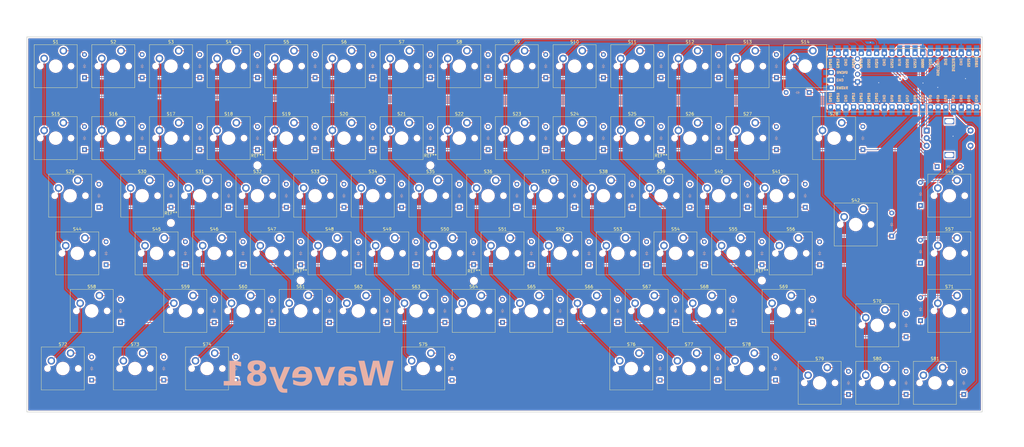
<source format=kicad_pcb>
(kicad_pcb (version 20240108) (generator "pcbnew") (generator_version "8.0")
  (layers (0 "F.Cu" signal) (31 "B.Cu" signal) (34 "B.Paste" user) (35 "F.Paste" user) (36 "B.SilkS" user "B.Silkscreen") (37 "F.SilkS" user "F.Silkscreen") (38 "B.Mask" user) (39 "F.Mask" user) (44 "Edge.Cuts" user))
  (net 0 "")
  (net 1 "Net-(D1-A)")
  (net 2 "ROW0")
  (net 3 "Net-(D2-A)")
  (net 4 "Net-(D3-A)")
  (net 5 "Net-(D4-A)")
  (net 6 "Net-(D5-A)")
  (net 7 "Net-(D6-A)")
  (net 8 "Net-(D7-A)")
  (net 9 "Net-(D8-A)")
  (net 10 "Net-(D9-A)")
  (net 11 "Net-(D10-A)")
  (net 12 "Net-(D11-A)")
  (net 13 "Net-(D12-A)")
  (net 14 "Net-(D13-A)")
  (net 15 "Net-(D14-A)")
  (net 16 "ROW1")
  (net 17 "Net-(D15-A)")
  (net 18 "Net-(D16-A)")
  (net 19 "Net-(D17-A)")
  (net 20 "Net-(D18-A)")
  (net 21 "Net-(D19-A)")
  (net 22 "Net-(D20-A)")
  (net 23 "Net-(D21-A)")
  (net 24 "Net-(D22-A)")
  (net 25 "Net-(D23-A)")
  (net 26 "Net-(D24-A)")
  (net 27 "Net-(D25-A)")
  (net 28 "Net-(D26-A)")
  (net 29 "Net-(D27-A)")
  (net 30 "Net-(D28-A)")
  (net 31 "Net-(D29-A)")
  (net 32 "Net-(D30-A)")
  (net 33 "ROW2")
  (net 34 "Net-(D31-A)")
  (net 35 "Net-(D32-A)")
  (net 36 "Net-(D33-A)")
  (net 37 "Net-(D34-A)")
  (net 38 "Net-(D35-A)")
  (net 39 "Net-(D36-A)")
  (net 40 "Net-(D37-A)")
  (net 41 "Net-(D38-A)")
  (net 42 "Net-(D39-A)")
  (net 43 "Net-(D40-A)")
  (net 44 "Net-(D41-A)")
  (net 45 "Net-(D42-A)")
  (net 46 "Net-(D43-A)")
  (net 47 "Net-(D44-A)")
  (net 48 "ROW3")
  (net 49 "Net-(D45-A)")
  (net 50 "Net-(D46-A)")
  (net 51 "Net-(D47-A)")
  (net 52 "Net-(D48-A)")
  (net 53 "Net-(D49-A)")
  (net 54 "Net-(D50-A)")
  (net 55 "Net-(D51-A)")
  (net 56 "Net-(D52-A)")
  (net 57 "Net-(D53-A)")
  (net 58 "Net-(D54-A)")
  (net 59 "Net-(D55-A)")
  (net 60 "Net-(D56-A)")
  (net 61 "Net-(D57-A)")
  (net 62 "Net-(D58-A)")
  (net 63 "Net-(D59-A)")
  (net 64 "ROW4")
  (net 65 "Net-(D60-A)")
  (net 66 "Net-(D61-A)")
  (net 67 "Net-(D62-A)")
  (net 68 "Net-(D63-A)")
  (net 69 "Net-(D64-A)")
  (net 70 "Net-(D65-A)")
  (net 71 "Net-(D66-A)")
  (net 72 "Net-(D67-A)")
  (net 73 "Net-(D68-A)")
  (net 74 "Net-(D69-A)")
  (net 75 "Net-(D70-A)")
  (net 76 "Net-(D71-A)")
  (net 77 "Net-(D72-A)")
  (net 78 "Net-(D73-A)")
  (net 79 "ROW5")
  (net 80 "Net-(D74-A)")
  (net 81 "Net-(D75-A)")
  (net 82 "Net-(D76-A)")
  (net 83 "Net-(D77-A)")
  (net 84 "Net-(D78-A)")
  (net 85 "Net-(D79-A)")
  (net 86 "Net-(D80-A)")
  (net 87 "Net-(D81-A)")
  (net 88 "Net-(D82-A)")
  (net 89 "COLUMN13")
  (net 90 "GND")
  (net 91 "COLUMN14")
  (net 92 "ENCODER_A")
  (net 93 "ENCODER_B")
  (net 94 "COLUMN5")
  (net 95 "COLUMN12")
  (net 96 "COLUMN3")
  (net 97 "SDA")
  (net 99 "COLUMN10")
  (net 100 "COLUMN8")
  (net 102 "COLUMN11")
  (net 103 "COLUMN6")
  (net 104 "COLUMN0")
  (net 106 "COLUMN9")
  (net 107 "COLUMN7")
  (net 109 "COLUMN1")
  (net 110 "VCC")
  (net 111 "COLUMN2")
  (net 112 "SCL")
  (net 113 "COLUMN4")
  (footprint "ScottoKeebs_MX:MX_PCB_1.25u" (layer "F.Cu") (at 124.24875 148.5325)
    (property "Reference" "S74")
    (property "Value" "Keyswitch")
  )
  (footprint "ScottoKeebs_MX:MX_PCB_1.00u" (layer "F.Cu") (at 140.9175 91.3825)
    (property "Reference" "S32")
    (property "Value" "Keyswitch")
  )
  (footprint "ScottoKeebs_MX:MX_PCB_1.00u" (layer "F.Cu") (at 283.7925 72.3325)
    (property "Reference" "S26")
    (property "Value" "Keyswitch")
  )
  (footprint "MountingHole:MountingHole_2.2mm_M2" (layer "F.Cu") (at 112.3175 100.3825)
    (property "Reference" "REF**")
    (property "Value" "MountingHole_2.2mm_M2")
  )
  (footprint "ScottoKeebs_MX:MX_PCB_1.00u" (layer "F.Cu") (at 321.8925 48.52)
    (property "Reference" "S14")
    (property "Value" "Keyswitch")
  )
  (footprint "ScottoKeebs_MX:MX_PCB_1.00u" (layer "F.Cu") (at 121.8675 91.3825)
    (property "Reference" "S31")
    (property "Value" "Keyswitch")
  )
  (footprint "ScottoKeebs_MX:MX_PCB_1.00u" (layer "F.Cu") (at 174.255 129.4825)
    (property "Reference" "S62")
    (property "Value" "Keyswitch")
  )
  (footprint "ScottoKeebs_MX:MX_PCB_1.00u" (layer "F.Cu") (at 93.2925 48.52)
    (property "Reference" "S2")
    (property "Value" "Keyswitch")
  )
  (footprint "ScottoKeebs_MX:MX_PCB_1.00u" (layer "F.Cu") (at 131.3925 72.3325)
    (property "Reference" "S18")
    (property "Value" "Keyswitch")
  )
  (footprint "ScottoKeebs_MX:MX_PCB_1.00u" (layer "F.Cu") (at 207.5925 72.3325)
    (property "Reference" "S22")
    (property "Value" "Keyswitch")
  )
  (footprint "ScottoKeebs_MX:MX_PCB_1.00u" (layer "F.Cu") (at 369.5175 129.4825)
    (property "Reference" "S71")
    (property "Value" "Keyswitch")
  )
  (footprint "ScottoKeebs_MX:MX_PCB_1.00u" (layer "F.Cu") (at 188.5425 72.3325)
    (property "Reference" "S21")
    (property "Value" "Keyswitch")
  )
  (footprint "ScottoKeebs_MX:MX_PCB_1.00u" (layer "F.Cu") (at 117.105 129.4825)
    (property "Reference" "S59")
    (property "Value" "Keyswitch")
  )
  (footprint "ScottoKeebs_MX:MX_PCB_ISOEnter" (layer "F.Cu") (at 338.56125 100.9075)
    (property "Reference" "S42")
    (property "Value" "Keyswitch")
  )
  (footprint "ScottoKeebs_MX:MX_PCB_1.00u" (layer "F.Cu") (at 236.1675 91.3825)
    (property "Reference" "S37")
    (property "Value" "Keyswitch")
  )
  (footprint "ScottoKeebs_MX:MX_PCB_1.00u" (layer "F.Cu") (at 293.3175 91.3825)
    (property "Reference" "S40")
    (property "Value" "Keyswitch")
  )
  (footprint "MountingHole:MountingHole_2.2mm_M2" (layer "F.Cu") (at 198.0425 81.3325)
    (property "Reference" "REF**")
    (property "Value" "MountingHole_2.2mm_M2")
  )
  (footprint "ScottoKeebs_MX:MX_PCB_1.00u" (layer "F.Cu") (at 264.7425 48.52)
    (property "Reference" "S11")
    (property "Value" "Keyswitch")
  )
  (footprint "ScottoKeebs_MX:MX_PCB_1.00u" (layer "F.Cu") (at 302.525 148.5325)
    (property "Reference" "S78")
    (property "Value" "Keyswitch")
  )
  (footprint "ScottoKeebs_MX:MX_PCB_1.50u" (layer "F.Cu") (at 79.005 91.3825)
    (property "Reference" "S29")
    (property "Value" "Keyswitch")
  )
  (footprint "ScottoKeebs_MX:MX_PCB_1.00u" (layer "F.Cu") (at 279.03 110.4325)
    (property "Reference" "S54")
    (property "Value" "Keyswitch")
  )
  (footprint "ScottoKeebs_MX:MX_PCB_1.00u" (layer "F.Cu") (at 102.8175 91.3825)
    (property "Reference" "S30")
    (property "Value" "Keyswitch")
  )
  (footprint "ScottoKeebs_MX:MX_PCB_1.00u" (layer "F.Cu") (at 288.555 129.4825)
    (property "Reference" "S68")
    (property "Value" "Keyswitch")
  )
  (footprint "ScottoKeebs_MX:MX_PCB_1.00u" (layer "F.Cu") (at 245.6925 48.52)
    (property "Reference" "S10")
    (property "Value" "Keyswitch")
  )
  (footprint "ScottoKeebs_MX:MX_PCB_1.00u" (layer "F.Cu") (at 312.3675 91.3825)
    (property "Reference" "S41")
    (property "Value" "Keyswitch")
  )
  (footprint "ScottoKeebs_MX:MX_PCB_6.25u" (layer "F.Cu") (at 195.68625 148.5325)
    (property "Reference" "S75")
    (property "Value" "Keyswitch")
  )
  (footprint "ScottoKeebs_MX:MX_PCB_1.00u" (layer "F.Cu") (at 302.8425 48.52)
    (property "Reference" "S13")
    (property "Value" "Keyswitch")
  )
  (footprint "ScottoKeebs_MX:MX_PCB_1.00u" (layer "F.Cu") (at 264.425 148.5325)
    (property "Reference" "S76")
    (property "Value" "Keyswitch")
  )
  (footprint "ScottoKeebs_MX:MX_PCB_1.00u" (layer "F.Cu") (at 179.0175 91.3825)
    (property "Reference" "S34")
    (property "Value" "Keyswitch")
  )
  (footprint "ScottoKeebs_MX:MX_PCB_1.00u" (layer "F.Cu") (at 369.5175 91.3825)
    (property "Reference" "S43")
    (property "Value" "Keyswitch")
  )
  (footprint "ScottoKeebs_MX:MX_PCB_1.00u" (layer "F.Cu") (at 283.475 148.5325)
    (property "Reference" "S77")
    (property "Value" "Keyswitch")
  )
  (footprint "ScottoKeebs_MX:MX_PCB_1.00u" (layer "F.Cu") (at 93.2925 72.3325)
    (property "Reference" "S16")
    (property "Value" "Keyswitch")
  )
  (footprint "ScottoKeebs_MX:MX_PCB_1.00u" (layer "F.Cu") (at 150.4425 48.52)
    (property "Reference" "S5")
    (property "Value" "Keyswitch")
  )
  (footprint "ScottoKeebs_MX:MX_PCB_1.00u" (layer "F.Cu") (at 193.305 129.4825)
    (property "Reference" "S63")
    (property "Value" "Keyswitch")
  )
  (footprint "ScottoKeebs_MX:MX_PCB_1.00u" (layer "F.Cu") (at 369.5175 110.4325)
    (property "Reference" "S57")
    (property "Value" "Keyswitch")
  )
  (footprint "ScottoKeebs_MX:MX_PCB_1.00u" (layer "F.Cu") (at 226.6425 72.3325)
    (property "Reference" "S23")
    (property "Value" "Keyswitch")
  )
  (footprint "ScottoKeebs_MX:MX_PCB_1.25u" (layer "F.Cu") (at 100.43625 148.5325)
    (property "Reference" "S73")
    (property "Value" "Keyswitch")
  )
  (footprint "ScottoKeebs_MX:MX_PCB_1.00u" (layer "F.Cu") (at 250.455 129.4825)
    (property "Reference" "S66")
    (property "Value" "Keyswitch")
  )
  (footprint "ScottoKeebs_MX:MX_PCB_2.25u" (layer "F.Cu") (at 86.14875 129.4825)
    (property "Reference" "S58")
    (property "Value" "Keyswitch")
  )
  (footprint "ScottoKeebs_MX:MX_PCB_1.00u" (layer "F.Cu") (at 150.4425 72.3325)
    (property "Reference" "S19")
    (property "Value" "Keyswitch")
  )
  (footprint "ScottoKeebs_MX:MX_PCB_1.00u" (layer "F.Cu") (at 317.13 110.4325)
    (property "Reference" "S56")
    (property "Value" "Keyswitch")
  )
  (footprint "ScottoKeebs_MX:MX_PCB_1.00u" (layer "F.Cu") (at 345.705 134.245)
    (property "Reference" "S70")
    (property "Value" "Keyswitch")
  )
  (footprint "MountingHole:MountingHole_2.2mm_M2" (layer "F.Cu") (at 140.8925 81.3325)
    (property "Reference" "REF**")
    (property "Value" "MountingHole_2.2mm_M2")
  )
  (footprint "ScottoKeebs_MX:MX_PCB_1.00u" (layer "F.Cu") (at 107.58 110.4325)
    (property "Reference" "S45")
    (property "Value" "Keyswitch")
  )
  (footprint "ScottoKeebs_MX:MX_PCB_1.00u" (layer "F.Cu") (at 264.7425 72.3325)
    (property "Reference" "S25")
    (property "Value" "Keyswitch")
  )
  (footprint "MountingHole:MountingHole_2.2mm_M2" (layer "F.Cu") (at 274.2425 81.3325)
    (property "Reference" "REF**")
    (property "Value" "MountingHole_2.2mm_M2")
  )
  (footprint "ScottoKeebs_MX:MX_PCB_1.00u" (layer "F.Cu") (at 302.8425 72.3325)
    (property "Reference" "S27")
    (property "Value" "Keyswitch")
  )
  (footprint "ScottoKeebs_MX:MX_PCB_1.00u" (layer "F.Cu") (at 145.68 110.4325)
    (property "Reference" "S47")
    (property "Value" "Keyswitch")
  )
  (footprint "MountingHole:MountingHole_2.2mm_M2" (layer "F.Cu") (at 155.18 119.4325)
    (property "Reference" "REF**")
    (property "Value" "MountingHole_2.2mm_M2")
  )
  (footprint "ScottoKeebs_MX:MX_PCB_1.00u" (layer "F.Cu") (at 221.88 110.4325)
    (property "Reference" "S51")
    (property "Value" "Keyswitch")
  )
  (footprint "ScottoKeebs_MX:MX_PCB_1.25u" (layer "F.Cu") (at 76.62375 148.5325)
    (property "Reference" "S72")
    (property "Value" "Keyswitch")
  )
  (footprint "ScottoKeebs_Scotto:Encoder_EC11_MX" (layer "F.Cu") (at 369.5175 72.3325)
    (property "Reference" "SW1" (hide yes))
    (property "Value" "RotaryEncoder_Switch" (hide yes))
  )
  (footprint "ScottoKeebs_MX:MX_PCB_1.00u" (layer "F.Cu") (at 255.2175 91.3825)
    (property "Reference" "S38")
    (property "Value" "Keyswitch")
  )
  (footprint "ScottoKeebs_MX:MX_PCB_1.00u" (layer "F.Cu") (at 169.4925 48.52)
    (property "Reference" "S6")
    (property "Value" "Keyswitch")
  )
  (footprint "ScottoKeebs_MX:MX_PCB_1.00u" (layer "F.Cu") (at 364.755 153.295)
    (property "Reference" "S81")
    (property "Value" "Keyswitch")
  )
  (footprint "ScottoKeebs_MX:MX_PCB_1.00u" (layer "F.Cu") (at 74.2425 48.52)
    (property "Reference" "S1")
    (property "Value" "Keyswitch")
  )
  (footprint "ScottoKeebs_MX:MX_PCB_1.00u" (layer "F.Cu") (at 259.98 110.4325)
    (property "Reference" "S53")
    (property "Value" "Keyswitch")
  )
  (footprint "MountingHole:MountingHole_2.2mm_M2" (layer "F.Cu") (at 212.43 119.5325)
    (property "Reference" "REF**")
    (property "Value" "MountingHole_2.2mm_M2")
  )
  (footprint "ScottoKeebs_MX:MX_PCB_1.00u" (layer "F.Cu") (at 217.1175 91.3825)
    (property "Reference" "S36")
    (property "Value" "Keyswitch")
  )
  (footprint "ScottoKeebs_MX:MX_PCB_1.75u" (layer "F.Cu") (at 314.74875 129.4825)
    (property "Reference" "S69")
    (property "Value" "Keyswitch")
  )
  (footprint "ScottoKeebs_MX:MX_PCB_1.00u" (layer "F.Cu") (at 126.63 110.4325)
    (property "Reference" "S46")
    (property "Value" "Keyswitch")
  )
  (footprint "ScottoKeebs_MX:MX_PCB_1.00u" (layer "F.Cu") (at 207.5925 48.52)
    (property "Reference" "S8")
    (property "Value" "Keyswitch")
  )
  (footprint "MountingHole:MountingHole_2.2mm_M2" (layer "F.Cu") (at 307.58 119.4325)
    (property "Reference" "REF**")
    (property "Value" "MountingHole_2.2mm_M2")
  )
  (footprint "ScottoKeebs_MX:MX_PCB_1.00u" (layer "F.Cu") (at 198.0675 91.3825)
    (property "Reference" "S35")
    (property "Value" "Keyswitch")
  )
  (footprint "ScottoKeebs_MX:MX_PCB_1.00u" (layer "F.Cu") (at 231.405 129.4825)
    (property "Reference" "S65")
    (property "Value" "Keyswitch")
  )
  (footprint "ScottoKeebs_MX:MX_PCB_1.00u" (layer "F.Cu") (at 326.655 153.295)
    (property "Reference" "S79")
    (property "Value" "Keyswitch")
  )
  (footprint "ScottoKeebs_MX:MX_PCB_1.00u" (layer "F.Cu") (at 226.6425 48.52)
    (property "Reference" "S9")
    (property "Value" "Keyswitch")
  )
  (footprint "ScottoKeebs_MX:MX_PCB_2.00u" (layer "F.Cu") (at 331.4175 72.3325)
    (property "Reference" "S28")
    (property "Value" "Keyswitch")
  )
  (footprint "ScottoKeebs_MX:MX_PCB_1.00u" (layer "F.Cu") (at 183.78 110.4325)
    (property "Reference" "S49")
    (property "Value" "Keyswitch")
  )
  (footprint "ScottoKeebs_MX:MX_PCB_1.00u" (layer "F.Cu") (at 298.08 110.4325)
    (property "Reference" "S55")
    (property "Value" "Keyswitch")
  )
  (footprint "ScottoKeebs_Components:OLED_128x32" (layer "F.Cu") (at 337.5775 43.925)
    (property "Reference" "J1" (hide yes))
    (property "Value" "OLED_128x32")
  )
  (footprint "ScottoKeebs_MX:MX_PCB_1.00u" (layer "F.Cu") (at 159.9675 91.3825)
    (property "Reference" "S33")
    (property "Value" "Keyswitch")
  )
  (footprint "ScottoKeebs_MX:MX_PCB_1.00u" (layer "F.Cu") (at 131.3925 48.52)
    (property "Reference" "S4")
    (property "Value" "Keyswitch")
  )
  (footprint "ScottoKeebs_MX:MX_PCB_1.00u" (layer "F.Cu") (at 188.5425 48.52)
    (property "Reference" "S7")
    (property "Value" "Keyswitch")
  )
  (footprint "ScottoKeebs_MX:MX_PCB_1.00u" (layer "F.Cu") (at 136.155 129.4825)
    (property "Reference" "S60")
    (property "Value" "Keyswitch")
  )
  (footprint "ScottoKeebs_MX:MX_PCB_1.00u" (layer "F.Cu") (at 155.205 129.4825)
    (property "Reference" "S61")
    (property "Value" "Keyswitch")
  )
  (footprint "ScottoKeebs_MX:MX_PCB_1.00u" (layer "F.Cu") (at 274.2675 91.3825)
    (property "Reference" "S39")
    (property "Value" "Keyswitch")
  )
  (footprint "ScottoKeebs_MX:MX_PCB_1.00u" (layer "F.Cu") (at 112.3425 48.52)
    (property "Reference" "S3")
    (property "Value" "Keyswitch")
  )
  (footprint "ScottoKeebs_MX:MX_PCB_1.00u" (layer "F.Cu") (at 112.3425 72.3325)
    (property "Reference" "S17")
    (property "Value" "Keyswitch")
  )
  (footprint "ScottoKeebs_MX:MX_PCB_1.00u" (layer "F.Cu") (at 345.705 153.295)
    (property "Reference" "S80")
    (property "Value" "Keyswitch")
  )
  (footprint "ScottoKeebs_MX:MX_PCB_1.00u" (layer "F.Cu") (at 240.93 110.4325)
    (property "Reference" "S52")
    (property "Value" "Keyswitch")
  )
  (footprint "ScottoKeebs_MX:MX_PCB_1.00u" (layer "F.Cu") (at 269.505 129.4825)
    (property "Reference" "S67")
    (property "Value" "Keyswitch")
  )
  (footprint "ScottoKeebs_MX:MX_PCB_1.75u" (layer "F.Cu") (at 81.38625 110.4325)
    (property "Reference" "S44")
    (property "Value" "Keyswitch")
  )
  (footprint "ScottoKeebs_MX:MX_PCB_1.00u" (layer "F.Cu") (at 164.73 110.4325)
    (property "Reference" "S48")
    (property "Value" "Keyswitch")
  )
  (footprint "ScottoKeebs_MX:MX_PCB_1.00u" (layer "F.Cu") (at 169.4925 72.3325)
    (property "Reference" "S20")
    (property "Value" "Keyswitch")
  )
  (footprint "ScottoKeebs_MX:MX_PCB_1.00u" (layer "F.Cu") (at 74.2425 72.3325)
    (property "Reference" "S15")
    (property "Value" "Keyswitch")
  )
  (footprint "ScottoKeebs_MX:MX_PCB_1.00u" (layer "F.Cu") (at 283.7925 48.52)
    (property "Reference" "S12")
    (property "Value" "Keyswitch")
  )
  (footprint "ScottoKeebs_MX:MX_PCB_1.00u" (layer "F.Cu") (at 212.355 129.4825)
    (property "Reference" "S64")
    (property "Value" "Keyswitch")
  )
  (footprint "ScottoKeebs_MX:MX_PCB_1.00u" (layer "F.Cu") (at 202.83 110.4325)
    (property "Reference" "S50")
    (property "Value" "Keyswitch")
  )
  (footprint "ScottoKeebs_MX:MX_PCB_1.00u" (layer "F.Cu") (at 245.6925 72.3325)
    (property "Reference" "S24")
    (property "Value" "Keyswitch")
  )
  (footprint "ScottoKeebs_Components:Diode_DO-35" (layer "B.Cu") (at 350.4675 104.7175 90)
    (property "Reference" "D43" (hide yes))
    (property "Value" "Diode" (hide yes))
  )
  (footprint "ScottoKeebs_Components:Diode_DO-35" (layer "B.Cu") (at 236.1675 52.33 90)
    (property "Reference" "D9" (hide yes))
    (property "Value" "Diode" (hide yes))
  )
  (footprint "ScottoKeebs_Components:Diode_DO-35" (layer "B.Cu") (at 121.8675 76.1425 90)
    (property "Reference" "D17" (hide yes))
    (property "Value" "Diode" (hide yes))
  )
  (footprint "ScottoKeebs_Components:Diode_DO-35" (layer "B.Cu") (at 255.2175 76.1425 90)
    (property "Reference" "D24" (hide yes))
    (property "Value" "Diode" (hide yes))
  )
  (footprint "ScottoKeebs_Components:Diode_DO-35" (layer "B.Cu") (at 140.9175 76.1425 90)
    (property "Reference" "D18" (hide yes))
    (property "Value" "Diode" (hide yes))
  )
  (footprint "ScottoKeebs_Components:Diode_DO-35" (layer "B.Cu") (at 121.8675 52.33 90)
    (property "Reference" "D3" (hide yes))
    (property "Value" "Diode" (hide yes))
  )
  (footprint "ScottoKeebs_Components:Diode_DO-35" (layer "B.Cu") (at 150.4425 95.1925 90)
    (property "Reference" "D33" (hide yes))
    (property "Value" "Diode" (hide yes))
  )
  (footprint "ScottoKeebs_Components:Diode_DO-35" (layer "B.Cu") (at 355.23 138.055 90)
    (property "Reference" "D71" (hide yes))
    (property "Value" "Diode" (hide yes))
  )
  (footprint "ScottoKeebs_Components:Diode_DO-35" (layer "B.Cu") (at 293.3175 76.1425 90)
    (property "Reference" "D26" (hide yes))
    (property "Value" "Diode" (hide yes))
  )
  (footprint "ScottoKeebs_Components:Diode_DO-35" (layer "B.Cu") (at 207.5925 95.1925 90)
    (property "Reference" "D36" (hide yes))
    (property "Value" "Diode" (hide yes))
  )
  (footprint "ScottoKeebs_Components:Diode_DO-35" (layer "B.Cu") (at 274.2675 76.1425 90)
    (property "Reference" "D25" (hide yes))
    (property "Value" "Diode" (hide yes))
  )
  (footprint "ScottoKeebs_Components:Diode_DO-35" (layer "B.Cu") (at 86.14875 152.3425 90)
    (property "Reference" "D73" (hide yes))
    (property "Value" "Diode" (hide yes))
  )
  (footprint "ScottoKeebs_Components:Diode_DO-35" (layer "B.Cu") (at 102.8175 76.1425 90)
    (property "Reference" "D16" (hide yes))
    (property "Value" "Diode" (hide yes))
  )
  (footprint "ScottoKeebs_Components:Diode_DO-35" (layer "B.Cu") (at 202.83 133.2925 90)
    (property "Reference" "D64" (hide yes))
    (property "Value" "Diode" (hide yes))
  )
  (footprint "ScottoKeebs_Components:Diode_DO-35" (layer "B.Cu") (at 312.3675 76.1425 90)
    (property "Reference" "D27" (hide yes))
    (property "Value" "Diode" (hide yes))
  )
  (footprint "ScottoKeebs_Components:Diode_DO-35" (layer "B.Cu") (at 312.05 152.3425 90)
    (property "Reference" "D79" (hide yes))
    (property "Value" "Diode" (hide yes))
  )
  (footprint "ScottoKeebs_Components:Diode_DO-35" (layer "B.Cu") (at 359.9925 94.62125 90)
    (property "Reference" "D44" (hide yes))
    (property "Value" "Diode" (hide yes))
  )
  (footprint "ScottoKeebs_Components:Diode_DO-35" (layer "B.Cu") (at 240.93 133.2925 90)
    (property "Reference" "D66" (hide yes))
    (property "Value" "Diode" (hide yes))
  )
  (footprint "ScottoKeebs_Components:Diode_DO-35" (layer "B.Cu") (at 205.21125 152.3425 90)
    (property "Reference" "D76" (hide yes))
    (property "Value" "Diode" (hide yes))
  )
  (footprint "ScottoKeebs_Components:Diode_DO-35" (layer "B.Cu") (at 126.63 133.2925 90)
    (property "Reference" "D60" (hide yes))
    (property "Value" "Diode" (hide yes))
  )
  (footprint "ScottoKeebs_Components:Diode_DO-35" (layer "B.Cu") (at 283.7925 95.1925 90)
    (property "Reference" "D40" (hide yes))
    (property "Value" "Diode" (hide yes))
  )
  (footprint "ScottoKeebs_Components:Diode_DO-35" (layer "B.Cu") (at 88.53 95.1925 90)
    (property "Reference" "D30" (hide yes))
    (property "Value" "Diode" (hide yes))
  )
  (footprint "ScottoKeebs_Components:Diode_DO-35" (layer "B.Cu") (at 279.03 133.2925 90)
    (property "Reference" "D68" (hide yes))
    (property "Value" "Diode" (hide yes))
  )
  (footprint "ScottoKeebs_Components:Diode_DO-35" (layer "B.Cu") (at 198.0675 76.1425 90)
    (property "Reference" "D21" (hide yes))
    (property "Value" "Diode" (hide yes))
  )
  (footprint "ScottoKeebs_Components:Diode_DO-35" (layer "B.Cu") (at 117.105 114.2425 90)
    (property "Reference" "D46" (hide yes))
    (property "Value" "Diode" (hide yes))
  )
  (footprint "ScottoKeebs_Components:Diode_DO-35" (layer "B.Cu") (at 293.3175 52.33 90)
    (property "Reference" "D12" (hide yes))
    (property "Value" "Diode" (hide yes))
  )
  (footprint "ScottoKeebs_Components:Diode_DO-35" (layer "B.Cu") (at 274.2675 52.33 90)
    (property "Reference" "D11" (hide yes))
    (property "Value" "Diode" (hide yes))
  )
  (footprint "ScottoKeebs_Components:Diode_DO-35" (layer "B.Cu") (at 183.78 133.2925 90)
    (property "Reference" "D63" (hide yes))
    (property "Value" "Diode" (hide yes))
  )
  (footprint "ScottoKeebs_Components:Diode_DO-35" (layer "B.Cu") (at 293 152.3425 90)
    (property "Reference" "D78" (hide yes))
    (property "Value" "Diode" (hide yes))
  )
  (footprint "ScottoKeebs_Components:Diode_DO-35" (layer "B.Cu") (at 336.18 157.105 90)
    (property "Reference" "D80" (hide yes))
    (property "Value" "Diode" (hide yes))
  )
  (footprint "ScottoKeebs_Components:Diode_DO-35" (layer "B.Cu") (at 288.555 114.2425 90)
    (property "Reference" "D55" (hide yes))
    (property "Value" "Diode" (hide yes))
  )
  (footprint "ScottoKeebs_Components:Diode_DO-35" (layer "B.Cu") (at 355.23 157.105 90)
    (property "Reference" "D81" (hide yes))
    (property "Value" "Diode" (hide yes))
  )
  (footprint "ScottoKeebs_Components:Diode_DO-35" (layer "B.Cu") (at 323.2125 57.245 180)
    (property "Reference" "D14" (hide yes))
    (property "Value" "Diode" (hide yes))
  )
  (footprint "ScottoKeebs_Components:Diode_DO-35" (layer "B.Cu") (at 245.6925 95.1925 90)
    (property "Reference" "D38" (hide yes))
    (property "Value" "Diode" (hide yes))
  )
  (footprint "ScottoKeebs_Components:Diode_DO-35" (layer "B.Cu") (at 302.8425 95.1925 90)
    (property "Reference" "D41" (hide yes))
    (property "Value" "Diode" (hide yes))
  )
  (footprint "ScottoKeebs_Components:Diode_DO-35" (layer "B.Cu") (at 359.9925 113.67125 90)
    (property "Reference" "D58" (hide yes))
    (property "Value" "Diode" (hide yes))
  )
  (footprint "ScottoKeebs_Components:Diode_DO-35" (layer "B.Cu") (at 109.96125 152.3425 90)
    (property "Reference" "D74" (hide yes))
    (property "Value" "Diode" (hide yes))
  )
  (footprint "ScottoKeebs_Components:Diode_DO-35" (layer "B.Cu") (at 131.3925 95.1925 90)
    (property "Reference" "D32" (hide yes))
    (property "Value" "Diode" (hide yes))
  )
  (footprint "ScottoKeebs_Components:Diode_DO-35" (layer "B.Cu") (at 212.355 114.2425 90)
    (property "Reference" "D51" (hide yes))
    (property "Value" "Diode" (hide yes))
  )
  (footprint "ScottoKeebs_Components:Diode_DO-35" (layer "B.Cu") (at 217.1175 76.1425 90)
    (property "Reference" "D22" (hide yes))
    (property "Value" "Diode" (hide yes))
  )
  (footprint "ScottoKeebs_Components:Diode_DO-35" (layer "B.Cu") (at 273.95 152.3425 90)
    (property "Reference" "D77" (hide yes))
    (property "Value" "Diode" (hide yes))
  )
  (footprint "ScottoKeebs_Components:Diode_DO-35" (layer "B.Cu") (at 307.605 114.2425 90)
    (property "Reference" "D56" (hide yes))
    (property "Value" "Diode" (hide yes))
  )
  (footprint "ScottoKeebs_Components:Diode_DO-35" (layer "B.Cu") (at 250.455 114.2425 90)
    (property "Reference" "D53" (hide yes))
    (property "Value" "Diode" (hide yes))
  )
  (footprint "ScottoKeebs_Components:Diode_DO-35" (layer "B.Cu") (at 321.8925 95.1925 90)
    (property "Reference" "D42" (hide yes))
    (property "Value" "Diode" (hide yes))
  )
  (footprint "ScottoKeebs_Components:Diode_DO-35" (layer "B.Cu") (at 133.77375 152.3425 90)
    (property "Reference" "D75" (hide yes))
    (property "Value" "Diode" (hide yes))
  )
  (footprint "ScottoKeebs_Components:Diode_DO-35" (layer "B.Cu") (at 226.6425 95.1925 90)
    (property "Reference" "D37" (hide yes))
    (property "Value" "Diode" (hide yes))
  )
  (footprint "ScottoKeebs_Components:Diode_DO-35" (layer "B.Cu") (at 324.27375 133.2925 90)
    (property "Reference" "D70" (hide yes))
    (property "Value" "Diode" (hide yes))
  )
  (footprint "ScottoKeebs_Components:Diode_DO-35" (layer "B.Cu") (at 340.9425 76.1425 90)
    (property "Reference" "D28" (hide yes))
    (property "Value" "Diode" (hide yes))
  )
  (footprint "ScottoKeebs_Components:Diode_DO-35" (layer "B.Cu") (at 374.28 157.105 90)
    (property "Reference" "D82" (hide yes))
    (property "Value" "Diode" (hide yes))
  )
  (footprint "ScottoKeebs_Components:Diode_DO-35" (layer "B.Cu") (at 83.7675 52.33 90)
    (property "Reference" "D1" (hide yes))
    (property "Value" "Diode" (hide yes))
  )
  (footprint "ScottoKeebs_Components:Diode_DO-35" (layer "B.Cu") (at 174.255 114.2425 90)
    (property "Reference" "D49" (hide yes))
    (property "Value" "Diode" (hide yes))
  )
  (footprint "ScottoKeebs_Components:Diode_DO-35" (layer "B.Cu") (at 188.5425 95.1925 90)
    (property "Reference" "D35" (hide yes))
    (property "Value" "Diode" (hide yes))
  )
  (footprint "ScottoKeebs_Components:Diode_DO-35" (layer "B.Cu") (at 95.67375 133.2925 90)
    (property "Reference" "D59" (hide yes))
    (property "Value" "Diode" (hide yes))
  )
  (footprint "ScottoKeebs_Components:Diode_DO-35" (layer "B.Cu") (at 359.9925 132.72125 90)
    (property "Reference" "D72" (hide yes))
    (property "Value" "Diode" (hide yes))
  )
  (footprint "ScottoKeebs_Components:Diode_DO-35" (layer "B.Cu") (at 198.0675 52.33 90)
    (property "Reference" "D7" (hide yes))
    (property "Value" "Diode" (hide yes))
  )
  (footprint "ScottoKeebs_Components:Diode_DO-35" (layer "B.Cu") (at 255.2175 52.33 90)
    (property "Reference" "D10" (hide yes))
    (property "Value" "Diode" (hide yes))
  )
  (footprint "ScottoKeebs_Components:Diode_DO-35" (layer "B.Cu") (at 312.3675 52.33 90)
    (property "Reference" "D13" (hide yes))
    (property "Value" "Diode" (hide yes))
  )
  (footprint "ScottoKeebs_Components:Diode_DO-35" (layer "B.Cu") (at 217.1175 52.33 90)
    (property "Reference" "D8" (hide yes))
    (property "Value" "Diode" (hide yes))
  )
  (footprint "ScottoKeebs_Components:Diode_DO-35" (layer "B.Cu") (at 179.0175 52.33 90)
    (property "Reference" "D6" (hide yes))
    (property "Value" "Diode" (hide yes))
  )
  (footprint "ScottoKeebs_Components:Diode_DO-35" (layer "B.Cu") (at 298.08 133.2925 90)
    (property "Reference" "D69" (hide yes))
    (property "Value" "Diode" (hide yes))
  )
  (footprint "ScottoKeebs_Components:Diode_DO-35" (layer "B.Cu") (at 259.98 133.2925 90)
    (property "Reference" "D67" (hide yes))
    (property "Value" "Diode" (hide yes))
  )
  (footprint "ScottoKeebs_Components:Diode_DO-35" (layer "B.Cu") (at 90.91125 114.2425 90)
    (property "Reference" "D45" (hide yes))
    (property "Value" "Diode" (hide yes))
  )
  (footprint "ScottoKeebs_Components:Diode_DO-35" (layer "B.Cu") (at 159.9675 52.33 90)
    (property "Reference" "D5" (hide yes))
    (property "Value" "Diode" (hide yes))
  )
  (footprint "ScottoKeebs_Components:Diode_DO-35" (layer "B.Cu") (at 140.9175 52.33 90)
    (property "Reference" "D4" (hide yes))
    (property "Value" "Diode" (hide yes))
  )
  (footprint "ScottoKeebs_Components:Diode_DO-35" (layer "B.Cu") (at 169.4925 95.1925 90)
    (property "Reference" "D34" (hide yes))
    (property "Value" "Diode" (hide yes))
  )
  (footprint "ScottoKeebs_Components:Diode_DO-35" (layer "B.Cu") (at 365.4875 81.745)
    (property "Reference" "D29" (hide yes))
    (property "Value" "Diode" (hide yes))
  )
  (footprint "ScottoKeebs_Components:Diode_DO-35" (layer "B.Cu") (at 264.7425 95.1925 90)
    (property "Reference" "D39" (hide yes))
    (property "Value" "Diode" (hide yes))
  )
  (footprint "ScottoKeebs_Components:Diode_DO-35" (layer "B.Cu") (at 155.205 114.2425 90)
    (property "Reference" "D48" (hide yes))
    (property "Value" "Diode" (hide yes))
  )
  (footprint "ScottoKeebs_Components:Diode_DO-35" (layer "B.Cu") (at 179.0175 76.1425 90)
    (property "Reference" "D20" (hide yes))
    (property "Value" "Diode" (hide yes))
  )
  (footprint "ScottoKeebs_Components:Diode_DO-35" (layer "B.Cu") (at 269.505 114.2425 90)
    (property "Reference" "D54" (hide yes))
    (property "Value" "Diode" (hide yes))
  )
  (footprint "ScottoKeebs_Components:Diode_DO-35" (layer "B.Cu") (at 136.155 114.2425 90)
    (property "Reference" "D47" (hide yes))
    (property "Value" "Diode" (hide yes))
  )
  (footprint "ScottoKeebs_Components:Diode_DO-35" (layer "B.Cu") (at 193.305 114.2425 90)
    (property "Reference" "D50" (hide yes))
    (property "Value" "Diode" (hide yes))
  )
  (footprint "ScottoKeebs_Components:Diode_DO-35" (layer "B.Cu") (at 145.68 133.2925 90)
    (property "Reference" "D61" (hide yes))
    (property "Value" "Diode" (hide yes))
  )
  (footprint "ScottoKeebs_Components:Diode_DO-35" (layer "B.Cu") (at 159.9675 76.1425 90)
    (property "Reference" "D19" (hide yes))
    (property "Value" "Diode" (hide yes))
  )
  (footprint "ScottoKeebs_Components:Diode_DO-35" (layer "B.Cu") (at 236.1675 76.1425 90)
    (property "Reference" "D23" (hide yes))
    (property "Value" "Diode" (hide yes))
  )
  (footprint "ScottoKeebs_Components:Diode_DO-35" (layer "B.Cu") (at 231.405 114.2425 90)
    (property "Reference" "D52" (hide yes))
    (property "Value" "Diode" (hide yes))
  )
  (footprint "ScottoKeebs_Components:Diode_DO-35" (layer "B.Cu") (at 221.88 133.2925 90)
    (property "Reference" "D65" (hide yes))
    (property "Value" "Diode" (hide yes))
  )
  (footprint "ScottoKeebs_Components:Diode_DO-35" (layer "B.Cu") (at 112.3425 95.1925 90)
    (property "Reference" "D31" (hide yes))
    (property "Value" "Diode" (hide yes))
  )
  (footprint "ScottoKeebs_Components:Diode_DO-35" (layer "B.Cu") (at 326.655 114.2425 90)
    (property "Reference" "D57" (hide yes))
    (property "Value" "Diode" (hide yes))
  )
  (footprint "ScottoKeebs_MCU:Raspberry_Pi_Pico" (layer "B.Cu") (at 354.3775 53.165 90)
    (property "Reference" "U1" (hide yes))
    (property "Value" "Raspberry_Pi_Pico" (hide yes))
  )
  (footprint "ScottoKeebs_Components:Diode_DO-35" (layer "B.Cu") (at 164.73 133.2925 90)
    (property "Reference" "D62" (hide yes))
    (property "Value" "Diode" (hide yes))
  )
  (footprint "ScottoKeebs_Components:Diode_DO-35" (layer "B.Cu") (at 83.7675 76.1425 90)
    (property "Reference" "D15" (hide yes))
    (property "Value" "Diode" (hide yes))
  )
  (footprint "ScottoKeebs_Components:Diode_DO-35" (layer "B.Cu") (at 102.8175 52.33 90)
    (property "Reference" "D2" (hide yes))
    (property "Value" "Diode" (hide yes))
  )
  (gr_rect (start 64.7175 38.845) (end 380.3875 162.895) (stroke (width 0.2)) (fill none) (layer "Edge.Cuts"))
  (gr_text "Wavey81" (at 186.2775 155.495 0) (layer "B.SilkS") (effects (font (size 8 8) (thickness 0.3) (bold yes)) (justify left bottom mirror)))
  (segment (start 76.7825 43.44) (end 82.4975 43.44) (width 0.2) (layer "F.Cu") (net 1))
  (segment (start 82.4975 43.44) (end 83.7675 44.71) (width 0.2) (layer "F.Cu") (net 1))
  (segment (start 323.2125 57.245) (end 350.8375 57.245) (width 0.2) (layer "F.Cu") (net 2))
  (segment (start 350.8375 57.245) (end 355.6475 62.055) (width 0.2) (layer "F.Cu") (net 2))
  (segment (start 312.3675 52.33) (end 318.2975 52.33) (width 0.2) (layer "F.Cu") (net 2))
  (segment (start 318.2975 52.33) (end 323.2125 57.245) (width 0.2) (layer "F.Cu") (net 2))
  (segment (start 83.7675 52.33) (end 312.3675 52.33) (width 0.2) (layer "F.Cu") (net 2))
  (segment (start 95.8325 43.44) (end 101.5475 43.44) (width 0.2) (layer "F.Cu") (net 3))
  (segment (start 101.5475 43.44) (end 102.8175 44.71) (width 0.2) (layer "F.Cu") (net 3))
  (segment (start 120.5975 43.44) (end 121.8675 44.71) (width 0.2) (layer "F.Cu") (net 4))
  (segment (start 114.8825 43.44) (end 120.5975 43.44) (width 0.2) (layer "F.Cu") (net 4))
  (segment (start 139.6475 43.44) (end 140.9175 44.71) (width 0.2) (layer "F.Cu") (net 5))
  (segment (start 133.9325 43.44) (end 139.6475 43.44) (width 0.2) (layer "F.Cu") (net 5))
  (segment (start 152.9825 43.44) (end 158.6975 43.44) (width 0.2) (layer "F.Cu") (net 6))
  (segment (start 158.6975 43.44) (end 159.9675 44.71) (width 0.2) (layer "F.Cu") (net 6))
  (segment (start 177.7475 43.44) (end 179.0175 44.71) (width 0.2) (layer "F.Cu") (net 7))
  (segment (start 172.0325 43.44) (end 177.7475 43.44) (width 0.2) (layer "F.Cu") (net 7))
  (segment (start 191.0825 43.44) (end 196.7975 43.44) (width 0.2) (layer "F.Cu") (net 8))
  (segment (start 196.7975 43.44) (end 198.0675 44.71) (width 0.2) (layer "F.Cu") (net 8))
  (segment (start 215.8475 43.44) (end 217.1175 44.71) (width 0.2) (layer "F.Cu") (net 9))
  (segment (start 210.1325 43.44) (end 215.8475 43.44) (width 0.2) (layer "F.Cu") (net 9))
  (segment (start 234.8975 43.44) (end 236.1675 44.71) (width 0.2) (layer "F.Cu") (net 10))
  (segment (start 229.1825 43.44) (end 234.8975 43.44) (width 0.2) (layer "F.Cu") (net 10))
  (segment (start 253.9475 43.44) (end 255.2175 44.71) (width 0.2) (layer "F.Cu") (net 11))
  (segment (start 248.2325 43.44) (end 253.9475 43.44) (width 0.2) (layer "F.Cu") (net 11))
  (segment (start 267.2825 43.44) (end 272.9975 43.44) (width 0.2) (layer "F.Cu") (net 12))
  (segment (start 272.9975 43.44) (end 274.2675 44.71) (width 0.2) (layer "F.Cu") (net 12))
  (segment (start 286.3325 43.44) (end 292.0475 43.44) (width 0.2) (layer "F.Cu") (net 13))
  (segment (start 292.0475 43.44) (end 293.3175 44.71) (width 0.2) (layer "F.Cu") (net 13))
  (segment (start 311.0975 43.44) (end 312.3675 44.71) (width 0.2) (layer "F.Cu") (net 14))
  (segment (start 305.3825 43.44) (end 311.0975 43.44) (width 0.2) (layer "F.Cu") (net 14))
  (segment (start 324.4325 43.44) (end 318.430468 43.44) (width 0.2) (layer "B.Cu") (net 15))
  (segment (start 314.792501 47.077967) (end 314.792501 56.445001) (width 0.2) (layer "B.Cu") (net 15))
  (segment (start 318.430468 43.44) (end 314.792501 47.077967) (width 0.2) (layer "B.Cu") (net 15))
  (segment (start 314.792501 56.445001) (end 315.5925 57.245) (width 0.2) (layer "B.Cu") (net 15))
  (segment (start 359.885 76.1425) (end 365.4875 81.745) (width 0.2) (layer "F.Cu") (net 16))
  (segment (start 83.7675 76.1425) (end 312.3675 76.1425) (width 0.2) (layer "F.Cu") (net 16))
  (segment (start 340.9425 76.1425) (end 359.885 76.1425) (width 0.2) (layer "F.Cu") (net 16))
  (segment (start 312.3675 76.1425) (end 340.9425 76.1425) (width 0.2) (layer "F.Cu") (net 16))
  (segment (start 345.66 76.1425) (end 340.9425 76.1425) (width 0.2) (layer "B.Cu") (net 16))
  (segment (start 358.1875 63.615) (end 345.66 76.1425) (width 0.2) (layer "B.Cu") (net 16))
  (segment (start 358.1875 62.055) (end 358.1875 63.615) (width 0.2) (layer "B.Cu") (net 16))
  (segment (start 76.7825 67.2525) (end 82.4975 67.2525) (width 0.2) (layer "F.Cu") (net 17))
  (segment (start 82.4975 67.2525) (end 83.7675 68.5225) (width 0.2) (layer "F.Cu") (net 17))
  (segment (start 95.8325 67.2525) (end 101.5475 67.2525) (width 0.2) (layer "F.Cu") (net 18))
  (segment (start 101.5475 67.2525) (end 102.8175 68.5225) (width 0.2) (layer "F.Cu") (net 18))
  (segment (start 114.8825 67.2525) (end 120.5975 67.2525) (width 0.2) (layer "F.Cu") (net 19))
  (segment (start 120.5975 67.2525) (end 121.8675 68.5225) (width 0.2) (layer "F.Cu") (net 19))
  (segment (start 133.9325 67.2525) (end 139.6475 67.2525) (width 0.2) (layer "F.Cu") (net 20))
  (segment (start 139.6475 67.2525) (end 140.9175 68.5225) (width 0.2) (layer "F.Cu") (net 20))
  (segment (start 158.6975 67.2525) (end 159.9675 68.5225) (width 0.2) (layer "F.Cu") (net 21))
  (segment (start 152.9825 67.2525) (end 158.6975 67.2525) (width 0.2) (layer "F.Cu") (net 21))
  (segment (start 172.0325 67.2525) (end 177.7475 67.2525) (width 0.2) (layer "F.Cu") (net 22))
  (segment (start 177.7475 67.2525) (end 179.0175 68.5225) (width 0.2) (layer "F.Cu") (net 22))
  (segment (start 196.7975 67.2525) (end 198.0675 68.5225) (width 0.2) (layer "F.Cu") (net 23))
  (segment (start 191.0825 67.2525) (end 196.7975 67.2525) (width 0.2) (layer "F.Cu") (net 23))
  (segment (start 210.1325 67.2525) (end 215.8475 67.2525) (width 0.2) (layer "F.Cu") (net 24))
  (segment (start 215.8475 67.2525) (end 217.1175 68.5225) (width 0.2) (layer "F.Cu") (net 24))
  (segment (start 234.8975 67.2525) (end 236.1675 68.5225) (width 0.2) (layer "F.Cu") (net 25))
  (segment (start 229.1825 67.2525) (end 234.8975 67.2525) (width 0.2) (layer "F.Cu") (net 25))
  (segment (start 253.9475 67.2525) (end 255.2175 68.5225) (width 0.2) (layer "F.Cu") (net 26))
  (segment (start 248.2325 67.2525) (end 253.9475 67.2525) (width 0.2) (layer "F.Cu") (net 26))
  (segment (start 272.9975 67.2525) (end 274.2675 68.5225) (width 0.2) (layer "F.Cu") (net 27))
  (segment (start 267.2825 67.2525) (end 272.9975 67.2525) (width 0.2) (layer "F.Cu") (net 27))
  (segment (start 286.3325 67.2525) (end 292.0475 67.2525) (width 0.2) (layer "F.Cu") (net 28))
  (segment (start 292.0475 67.2525) (end 293.3175 68.5225) (width 0.2) (layer "F.Cu") (net 28))
  (segment (start 305.3825 67.2525) (end 311.0975 67.2525) (width 0.2) (layer "F.Cu") (net 29))
  (segment (start 311.0975 67.2525) (end 312.3675 68.5225) (width 0.2) (layer "F.Cu") (net 29))
  (segment (start 339.6725 67.2525) (end 340.9425 68.5225) (width 0.2) (layer "F.Cu") (net 30))
  (segment (start 333.9575 67.2525) (end 339.6725 67.2525) (width 0.2) (layer "F.Cu") (net 30))
  (segment (start 376.5175 80.505) (end 375.2775 81.745) (width 0.2) (layer "F.Cu") (net 31))
  (segment (start 375.2775 81.745) (end 373.1075 81.745) (width 0.2) (layer "F.Cu") (net 31))
  (segment (start 376.5175 74.8325) (end 376.5175 80.505) (width 0.2) (layer "F.Cu") (net 31))
  (segment (start 87.26 86.3025) (end 88.53 87.5725) (width 0.2) (layer "F.Cu") (net 32))
  (segment (start 81.545 86.3025) (end 87.26 86.3025) (width 0.2) (layer "F.Cu") (net 32))
  (segment (start 359.9925 94.62125) (end 359.9925 95.1925) (width 0.2) (layer "F.Cu") (net 33))
  (segment (start 321.8925 95.1925) (end 88.53 95.1925) (width 0.2) (layer "F.Cu") (net 33))
  (segment (start 331.4175 104.7175) (end 321.8925 95.1925) (width 0.2) (layer "F.Cu") (net 33))
  (segment (start 359.9925 95.1925) (end 350.4675 104.7175) (width 0.2) (layer "F.Cu") (net 33))
  (segment (start 350.4675 104.7175) (end 331.4175 104.7175) (width 0.2) (layer "F.Cu") (net 33))
  (segment (start 363.2675 62.055) (end 363.2675 63.755) (width 0.2) (layer "B.Cu") (net 33))
  (segment (start 351.5675 75.455) (end 351.5675 103.6175) (width 0.2) (layer "B.Cu") (net 33))
  (segment (start 351.5675 103.6175) (end 350.4675 104.7175) (width 0.2) (layer "B.Cu") (net 33))
  (segment (start 363.2675 63.755) (end 351.5675 75.455) (width 0.2) (layer "B.Cu") (net 33))
  (segment (start 111.0725 86.3025) (end 112.3425 87.5725) (width 0.2) (layer "F.Cu") (net 34))
  (segment (start 105.3575 86.3025) (end 111.0725 86.3025) (width 0.2) (layer "F.Cu") (net 34))
  (segment (start 124.4075 86.3025) (end 130.1225 86.3025) (width 0.2) (layer "F.Cu") (net 35))
  (segment (start 130.1225 86.3025) (end 131.3925 87.5725) (width 0.2) (layer "F.Cu") (net 35))
  (segment (start 143.4575 86.3025) (end 149.1725 86.3025) (width 0.2) (layer "F.Cu") (net 36))
  (segment (start 149.1725 86.3025) (end 150.4425 87.5725) (width 0.2) (layer "F.Cu") (net 36))
  (segment (start 162.5075 86.3025) (end 168.2225 86.3025) (width 0.2) (layer "F.Cu") (net 37))
  (segment (start 168.2225 86.3025) (end 169.4925 87.5725) (width 0.2) (layer "F.Cu") (net 37))
  (segment (start 187.2725 86.3025) (end 188.5425 87.5725) (width 0.2) (layer "F.Cu") (net 38))
  (segment (start 181.5575 86.3025) (end 187.2725 86.3025) (width 0.2) (layer "F.Cu") (net 38))
  (segment (start 200.6075 86.3025) (end 206.3225 86.3025) (width 0.2) (layer "F.Cu") (net 39))
  (segment (start 206.3225 86.3025) (end 207.5925 87.5725) (width 0.2) (layer "F.Cu") (net 39))
  (segment (start 225.3725 86.3025) (end 226.6425 87.5725) (width 0.2) (layer "F.Cu") (net 40))
  (segment (start 219.6575 86.3025) (end 225.3725 86.3025) (width 0.2) (layer "F.Cu") (net 40))
  (segment (start 244.4225 86.3025) (end 245.6925 87.5725) (width 0.2) (layer "F.Cu") (net 41))
  (segment (start 238.7075 86.3025) (end 244.4225 86.3025) (width 0.2) (layer "F.Cu") (net 41))
  (segment (start 257.7575 86.3025) (end 263.4725 86.3025) (width 0.2) (layer "F.Cu") (net 42))
  (segment (start 263.4725 86.3025) (end 264.7425 87.5725) (width 0.2) (layer "F.Cu") (net 42))
  (segment (start 276.8075 86.3025) (end 282.5225 86.3025) (width 0.2) (layer "F.Cu") (net 43))
  (segment (start 282.5225 86.3025) (end 283.7925 87.5725) (width 0.2) (layer "F.Cu") (net 43))
  (segment (start 295.8575 86.3025) (end 301.5725 86.3025) (width 0.2) (layer "F.Cu") (net 44))
  (segment (start 301.5725 86.3025) (end 302.8425 87.5725) (width 0.2) (layer "F.Cu") (net 44))
  (segment (start 314.9075 86.3025) (end 320.6225 86.3025) (width 0.2) (layer "F.Cu") (net 45))
  (segment (start 320.6225 86.3025) (end 321.8925 87.5725) (width 0.2) (layer "F.Cu") (net 45))
  (segment (start 341.10125 95.8275) (end 349.1975 95.8275) (width 0.2) (layer "F.Cu") (net 46))
  (segment (start 349.1975 95.8275) (end 350.4675 97.0975) (width 0.2) (layer "F.Cu") (net 46))
  (segment (start 372.0575 86.3025) (end 360.69125 86.3025) (width 0.2) (layer "F.Cu") (net 47))
  (segment (start 360.69125 86.3025) (end 359.9925 87.00125) (width 0.2) (layer "F.Cu") (net 47))
  (segment (start 90.91125 114.2425) (end 359.42125 114.2425) (width 0.2) (layer "F.Cu") (net 48))
  (segment (start 359.42125 114.2425) (end 359.9925 113.67125) (width 0.2) (layer "F.Cu") (net 48))
  (segment (start 365.8075 62.055) (end 365.8075 63.615) (width 0.2) (layer "B.Cu") (net 48))
  (segment (start 361.0925 86.545615) (end 361.0925 112.57125) (width 0.2) (layer "B.Cu") (net 48))
  (segment (start 360.448135 68.974365) (end 360.448135 85.90125) (width 0.2) (layer "B.Cu") (net 48))
  (segment (start 361.0925 112.57125) (end 359.9925 113.67125) (width 0.2) (layer "B.Cu") (net 48))
  (segment (start 360.448135 85.90125) (end 361.0925 86.545615) (width 0.2) (layer "B.Cu") (net 48))
  (segment (start 365.8075 63.615) (end 360.448135 68.974365) (width 0.2) (layer "B.Cu") (net 48))
  (segment (start 89.64125 105.3525) (end 90.91125 106.6225) (width 0.2) (layer "F.Cu") (net 49))
  (segment (start 83.92625 105.3525) (end 89.64125 105.3525) (width 0.2) (layer "F.Cu") (net 49))
  (segment (start 115.835 105.3525) (end 117.105 106.6225) (width 0.2) (layer "F.Cu") (net 50))
  (segment (start 110.12 105.3525) (end 115.835 105.3525) (width 0.2) (layer "F.Cu") (net 50))
  (segment (start 134.885 105.3525) (end 136.155 106.6225) (width 0.2) (layer "F.Cu") (net 51))
  (segment (start 129.17 105.3525) (end 134.885 105.3525) (width 0.2) (layer "F.Cu") (net 51))
  (segment (start 153.935 105.3525) (end 155.205 106.6225) (width 0.2) (layer "F.Cu") (net 52))
  (segment (start 148.22 105.3525) (end 153.935 105.3525) (width 0.2) (layer "F.Cu") (net 52))
  (segment (start 172.985 105.3525) (end 174.255 106.6225) (width 0.2) (layer "F.Cu") (net 53))
  (segment (start 167.27 105.3525) (end 172.985 105.3525) (width 0.2) (layer "F.Cu") (net 53))
  (segment (start 192.035 105.3525) (end 193.305 106.6225) (width 0.2) (layer "F.Cu") (net 54))
  (segment (start 186.32 105.3525) (end 192.035 105.3525) (width 0.2) (layer "F.Cu") (net 54))
  (segment (start 211.085 105.3525) (end 212.355 106.6225) (width 0.2) (layer "F.Cu") (net 55))
  (segment (start 205.37 105.3525) (end 211.085 105.3525) (width 0.2) (layer "F.Cu") (net 55))
  (segment (start 230.135 105.3525) (end 231.405 106.6225) (width 0.2) (layer "F.Cu") (net 56))
  (segment (start 224.42 105.3525) (end 230.135 105.3525) (width 0.2) (layer "F.Cu") (net 56))
  (segment (start 243.47 105.3525) (end 249.185 105.3525) (width 0.2) (layer "F.Cu") (net 57))
  (segment (start 249.185 105.3525) (end 250.455 106.6225) (width 0.2) (layer "F.Cu") (net 57))
  (segment (start 268.235 105.3525) (end 269.505 106.6225) (width 0.2) (layer "F.Cu") (net 58))
  (segment (start 262.52 105.3525) (end 268.235 105.3525) (width 0.2) (layer "F.Cu") (net 58))
  (segment (start 287.285 105.3525) (end 288.555 106.6225) (width 0.2) (layer "F.Cu") (net 59))
  (segment (start 281.57 105.3525) (end 287.285 105.3525) (width 0.2) (layer "F.Cu") (net 59))
  (segment (start 300.62 105.3525) (end 306.335 105.3525) (width 0.2) (layer "F.Cu") (net 60))
  (segment (start 306.335 105.3525) (end 307.605 106.6225) (width 0.2) (layer "F.Cu") (net 60))
  (segment (start 319.67 105.3525) (end 325.385 105.3525) (width 0.2) (layer "F.Cu") (net 61))
  (segment (start 325.385 105.3525) (end 326.655 106.6225) (width 0.2) (layer "F.Cu") (net 61))
  (segment (start 360.69125 105.3525) (end 359.9925 106.05125) (width 0.2) (layer "F.Cu") (net 62))
  (segment (start 372.0575 105.3525) (end 360.69125 105.3525) (width 0.2) (layer "F.Cu") (net 62))
  (segment (start 94.40375 124.4025) (end 95.67375 125.6725) (width 0.2) (layer "F.Cu") (net 63))
  (segment (start 88.68875 124.4025) (end 94.40375 124.4025) (width 0.2) (layer "F.Cu") (net 63))
  (segment (start 324.27375 133.2925) (end 329.03625 138.055) (width 0.2) (layer "F.Cu") (net 64))
  (segment (start 359.9925 132.72125) (end 359.9925 135.03) (width 0.2) (layer "F.Cu") (net 64))
  (segment (start 356.9675 138.055) (end 355.23 138.055) (width 0.2) (layer "F.Cu") (net 64))
  (segment (start 95.67375 133.2925) (end 324.27375 133.2925) (width 0.2) (layer "F.Cu") (net 64))
  (segment (start 329.03625 138.055) (end 355.23 138.055) (width 0.2) (layer "F.Cu") (net 64))
  (segment (start 359.9925 135.03) (end 356.9675 138.055) (width 0.2) (layer "F.Cu") (net 64))
  (segment (start 367.6175 62.785) (end 367.6175 83.38) (width 0.2) (layer "B.Cu") (net 64))
  (segment (start 361.5275 131.18625) (end 359.9925 132.72125) (width 0.2) (layer "B.Cu") (net 64))
  (segment (start 361.5275 89.47) (end 361.5275 131.18625) (width 0.2) (layer "B.Cu") (net 64))
  (segment (start 367.6175 83.38) (end 361.5275 89.47) (width 0.2) (layer "B.Cu") (net 64))
  (segment (start 368.3475 62.055) (end 367.6175 62.785) (width 0.2) (layer "B.Cu") (net 64))
  (segment (start 125.36 124.4025) (end 126.63 125.6725) (width 0.2) (layer "F.Cu") (net 65))
  (segment (start 119.645 124.4025) (end 125.36 124.4025) (width 0.2) (layer "F.Cu") (net 65))
  (segment (start 144.41 124.4025) (end 145.68 125.6725) (width 0.2) (layer "F.Cu") (net 66))
  (segment (start 138.695 124.4025) (end 144.41 124.4025) (width 0.2) (layer "F.Cu") (net 66))
  (segment (start 163.46 124.4025) (end 164.73 125.6725) (width 0.2) (layer "F.Cu") (net 67))
  (segment (start 157.745 124.4025) (end 163.46 124.4025) (width 0.2) (layer "F.Cu") (net 67))
  (segment (start 176.795 124.4025) (end 182.51 124.4025) (width 0.2) (layer "F.Cu") (net 68))
  (segment (start 182.51 124.4025) (end 183.78 125.6725) (width 0.2) (layer "F.Cu") (net 68))
  (segment (start 195.845 124.4025) (end 201.56 124.4025) (width 0.2) (layer "F.Cu") (net 69))
  (segment (start 201.56 124.4025) (end 202.83 125.6725) (width 0.2) (layer "F.Cu") (net 69))
  (segment (start 220.61 124.4025) (end 221.88 125.6725) (width 0.2) (layer "F.Cu") (net 70))
  (segment (start 214.895 124.4025) (end 220.61 124.4025) (width 0.2) (layer "F.Cu") (net 70))
  (segment (start 239.66 124.4025) (end 240.93 125.6725) (width 0.2) (layer "F.Cu") (net 71))
  (segment (start 233.945 124.4025) (end 239.66 124.4025) (width 0.2) (layer "F.Cu") (net 71))
  (segment (start 258.71 124.4025) (end 259.98 125.6725) (width 0.2) (layer "F.Cu") (net 72))
  (segment (start 252.995 124.4025) (end 258.71 124.4025) (width 0.2) (layer "F.Cu") (net 72))
  (segment (start 272.045 124.4025) (end 277.76 124.4025) (width 0.2) (layer "F.Cu") (net 73))
  (segment (start 277.76 124.4025) (end 279.03 125.6725) (width 0.2) (layer "F.Cu") (net 73))
  (segment (start 291.095 124.4025) (end 296.81 124.4025) (width 0.2) (layer "F.Cu") (net 74))
  (segment (start 296.81 124.4025) (end 298.08 125.6725) (width 0.2) (layer "F.Cu") (net 74))
  (segment (start 317.28875 124.4025) (end 323.00375 124.4025) (width 0.2) (layer "F.Cu") (net 75))
  (segment (start 323.00375 124.4025) (end 324.27375 125.6725) (width 0.2) (layer "F.Cu") (net 75))
  (segment (start 348.245 129.165) (end 353.96 129.165) (width 0.2) (layer "F.Cu") (net 76))
  (segment (start 353.96 129.165) (end 355.23 130.435) (width 0.2) (layer "F.Cu") (net 76))
  (segment (start 360.69125 124.4025) (end 359.9925 125.10125) (width 0.2) (layer "F.Cu") (net 77))
  (segment (start 372.0575 124.4025) (end 360.69125 124.4025) (width 0.2) (layer "F.Cu") (net 77))
  (segment (start 79.16375 143.4525) (end 84.87875 143.4525) (width 0.2) (layer "F.Cu") (net 78))
  (segment (start 84.87875 143.4525) (end 86.14875 144.7225) (width 0.2) (layer "F.Cu") (net 78))
  (segment (start 336.18 157.105) (end 316.8125 157.105) (width 0.2) (layer "F.Cu") (net 79))
  (segment (start 312.05 152.3425) (end 86.14875 152.3425) (width 0.2) (layer "F.Cu") (net 79))
  (segment (start 374.28 157.105) (end 336.18 157.105) (width 0.2) (layer "F.Cu") (net 79))
  (segment (start 316.8125 157.105) (end 312.05 152.3425) (width 0.2) (layer "F.Cu") (net 79))
  (segment (start 378.5525 152.8325) (end 374.28 157.105) (width 0.2) (layer "B.Cu") (net 79))
  (segment (start 378.5525 69.17) (end 378.5525 152.8325) (width 0.2) (layer "B.Cu") (net 79))
  (segment (start 371.4175 63.970978) (end 374.916522 67.47) (width 0.2) (layer "B.Cu") (net 79))
  (segment (start 374.916522 67.47) (end 376.8525 67.47) (width 0.2) (layer "B.Cu") (net 79))
  (segment (start 370.8875 62.055) (end 371.4175 62.585) (width 0.2) (layer "B.Cu") (net 79))
  (segment (start 371.4175 62.585) (end 371.4175 63.970978) (width 0.2) (layer "B.Cu") (net 79))
  (segment (start 376.8525 67.47) (end 378.5525 69.17) (width 0.2) (layer "B.Cu") (net 79))
  (segment (start 108.69125 143.4525) (end 109.96125 144.7225) (width 0.2) (layer "F.Cu") (net 80))
  (segment (start 102.97625 143.4525) (end 108.69125 143.4525) (width 0.2) (layer "F.Cu") (net 80))
  (segment (start 126.78875 143.4525) (end 132.50375 143.4525) (width 0.2) (layer "F.Cu") (net 81))
  (segment (start 132.50375 143.4525) (end 133.77375 144.7225) (width 0.2) (layer "F.Cu") (net 81))
  (segment (start 198.22625 143.4525) (end 203.94125 143.4525) (width 0.2) (layer "F.Cu") (net 82))
  (segment (start 203.94125 143.4525) (end 205.21125 144.7225) (width 0.2) (layer "F.Cu") (net 82))
  (segment (start 272.68 143.4525) (end 273.95 144.7225) (width 0.2) (layer "F.Cu") (net 83))
  (segment (start 266.965 143.4525) (end 272.68 143.4525) (width 0.2) (layer "F.Cu") (net 83))
  (segment (start 286.015 143.4525) (end 291.73 143.4525) (width 0.2) (layer "F.Cu") (net 84))
  (segment (start 291.73 143.4525) (end 293 144.7225) (width 0.2) (layer "F.Cu") (net 84))
  (segment (start 305.065 143.4525) (end 310.78 143.4525) (width 0.2) (layer "F.Cu") (net 85))
  (segment (start 310.78 143.4525) (end 312.05 144.7225) (width 0.2) (layer "F.Cu") (net 85))
  (segment (start 334.91 148.215) (end 336.18 149.485) (width 0.2) (layer "F.Cu") (net 86))
  (segment (start 329.195 148.215) (end 334.91 148.215) (width 0.2) (layer "F.Cu") (net 86))
  (segment (start 353.96 148.215) (end 355.23 149.485) (width 0.2) (layer "F.Cu") (net 87))
  (segment (start 348.245 148.215) (end 353.96 148.215) (width 0.2) (layer "F.Cu") (net 87))
  (segment (start 367.295 148.215) (end 373.01 148.215) (width 0.2) (layer "F.Cu") (net 88))
  (segment (start 373.01 148.215) (end 374.28 149.485) (width 0.2) (layer "F.Cu") (net 88))
  (segment (start 328.5425 45.98) (end 330.2475 44.275) (width 0.2) (layer "F.Cu") (net 89))
  (segment (start 318.0825 45.98) (end 328.5425 45.98) (width 0.2) (layer "F.Cu") (net 89))
  (segment (start 327.6075 69.7925) (end 327.6075 91.22375) (width 0.2) (layer "B.Cu") (net 89))
  (segment (start 318.0825 45.98) (end 318.0825 48.033402) (width 0.2) (layer "B.Cu") (net 89))
  (segment (start 327.6075 57.558402) (end 327.6075 69.7925) (width 0.2) (layer "B.Cu") (net 89))
  (segment (start 334.75125 124.56125) (end 341.895 131.705) (width 0.2) (layer "B.Cu") (net 89))
  (segment (start 318.0825 48.033402) (end 327.6075 57.558402) (width 0.2) (layer "B.Cu") (net 89))
  (segment (start 341.895 131.705) (end 341.895 150.755) (width 0.2) (layer "B.Cu") (net 89))
  (segment (start 327.6075 91.22375) (end 334.75125 98.3675) (width 0.2) (layer "B.Cu") (net 89))
  (segment (start 334.75125 98.3675) (end 334.75125 124.56125) (width 0.2) (layer "B.Cu") (net 89))
  (segment (start 339.1775 53.725) (end 337.2725 53.725) (width 0.2) (layer "F.Cu") (net 90))
  (segment (start 335.3275 62.055) (end 335.3275 64.12) (width 0.2) (layer "F.Cu") (net 90))
  (segment (start 335.3275 64.12) (end 335.5275 64.32) (width 0.2) (layer "F.Cu") (net 90))
  (segment (start 363.505 73.82) (end 364.4025 73.82) (width 0.2) (layer "F.Cu") (net 90))
  (segment (start 348.0275 64.97) (end 346.9525 66.045) (width 0.2) (layer "F.Cu") (net 90))
  (segment (start 337.2725 53.725) (end 336.9025 54.095) (width 0.2) (layer "F.Cu") (net 90))
  (segment (start 360.7275 62.055) (end 360.7275 64.545) (width 0.2) (layer "F.Cu") (net 90))
  (segment (start 362.0175 72.3325) (end 363.505 73.82) (width 0.2) (layer "F.Cu") (net 90))
  (segment (start 348.0275 62.055) (end 348.0275 64.97) (width 0.2) (layer "F.Cu") (net 90))
  (via (at 360.8025 54.12) (size 0.6) (drill 0.3) (layers "F.Cu" "B.Cu") (net 90))
  (via (at 370.7525 71.695) (size 0.6) (drill 0.3) (layers "F.Cu" "B.Cu") (net 90))
  (via (at 365.6775 55.545) (size 0.6) (drill 0.3) (layers "F.Cu" "B.Cu") (net 90))
  (via (at 334.5775 51.845) (size 0.6) (drill 0.3) (layers "F.Cu" "B.Cu") (net 90))
  (via (at 343.4275 40.645) (size 0.6) (drill 0.3) (layers "F.Cu" "B.Cu") (net 90))
  (via (at 345.8775 47.445) (size 0.6) (drill 0.3) (layers "F.Cu" "B.Cu") (net 90))
  (via (at 357.8525 56.22) (size 0.6) (drill 0.3) (layers "F.Cu" "B.Cu") (net 90))
  (via (at 346.4025 60.12) (size 0.6) (drill 0.3) (layers "F.Cu" "B.Cu") (net 90))
  (via (at 346.1775 53.995) (size 0.6) (drill 0.3) (layers "F.Cu" "B.Cu") (net 90))
  (via (at 374.8525 52.645) (size 0.6) (drill 0.3) (layers "F.Cu" "B.Cu") (net 90))
  (segment (start 341.1325 53.725) (end 341.2275 53.82) (width 0.2) (layer "B.Cu") (net 90))
  (segment (start 373.4275 40.845) (end 373.4525 40.82) (width 0.2) (layer "B.Cu") (net 90))
  (segment (start 373.4275 44.275) (end 373.4275 40.845) (width 0.2) (layer "B.Cu") (net 90))
  (segment (start 362.0175 72.3325) (end 364.94 72.3325) (width 0.2) (layer "B.Cu") (net 90))
  (segment (start 360.7275 62.055) (end 360.7275 62.02) (width 0.2) (layer "B.Cu") (net 90))
  (segment (start 373.4275 62.055) (end 373.4275 64.02) (width 0.2) (layer "B.Cu") (net 90))
  (segment (start 348.0275 44.275) (end 348.0275 40.87) (width 0.2) (layer "B.Cu") (net 90))
  (segment (start 348.0275 59.145) (end 347.7525 58.87) (width 0.2) (layer "B.Cu") (net 90))
  (segment (start 348.0275 40.87) (end 348.0025 40.845) (width 0.2) (layer "B.Cu") (net 90))
  (segment (start 335.3275 44.275) (end 335.3275 47.32) (width 0.2) (layer "B.Cu") (net 90))
  (segment (start 335.3275 62.055) (end 335.3275 58.87) (width 0.2) (layer "B.Cu") (net 90))
  (segment (start 335.3275 47.32) (end 335.3025 47.345) (width 0.2) (layer "B.Cu") (net 90))
  (segment (start 348.0275 62.055) (end 348.0275 59.145) (width 0.2) (layer "B.Cu") (net 90))
  (segment (start 360.7275 62.02) (end 358.6025 59.895) (width 0.2) (layer "B.Cu") (net 90))
  (segment (start 373.4275 64.02) (end 375.1275 65.72) (width 0.2) (layer "B.Cu") (net 90))
  (segment (start 335.3275 58.87) (end 335.4275 58.77) (width 0.2) (layer "B.Cu") (net 90))
  (segment (start 360.7275 40.62) (end 360.7025 40.595) (width 0.2) (layer "B.Cu") (net 90))
  (segment (start 339.1775 53.725) (end 341.1325 53.725) (width 0.2) (layer "B.Cu") (net 90))
  (segment (start 360.7275 44.275) (end 360.7275 40.62) (width 0.2) (layer "B.Cu") (net 90))
  (segment (start 364.94 72.3325) (end 365.3275 72.72) (width 0.2) (layer "B.Cu") (net 90))
  (segment (start 360.6725 41.92) (end 352.9225 41.92) (width 0.2) (layer "F.Cu") (net 91))
  (segment (start 369.5775 52.92) (end 362.1175 45.46) (width 0.2) (layer "F.Cu") (net 91))
  (segment (start 352.9225 41.92) (end 350.5675 44.275) (width 0.2) (layer "F.Cu") (net 91))
  (segment (start 369.5775 62.8925) (end 369.5775 52.92) (width 0.2) (layer "F.Cu") (net 91))
  (segment (start 362.1175 43.365) (end 360.6725 41.92) (width 0.2) (layer "F.Cu") (net 91))
  (segment (start 376.5175 69.8325) (end 369.5775 62.8925) (width 0.2) (layer "F.Cu") (net 91))
  (segment (start 362.1175 45.46) (end 362.1175 43.365) (width 0.2) (layer "F.Cu") (net 91))
  (segment (start 365.7075 145.9925) (end 365.7075 126.9425) (width 0.2) (layer "B.Cu") (net 91))
  (segment (start 365.7075 107.8925) (end 365.7075 88.8425) (width 0.2) (layer "B.Cu") (net 91))
  (segment (start 365.7075 86.315) (end 373.0275 78.995) (width 0.2) (layer "B.Cu") (net 91))
  (segment (start 360.945 150.755) (end 365.7075 145.9925) (width 0.2) (layer "B.Cu") (net 91))
  (segment (start 373.0275 73.3225) (end 376.5175 69.8325) (width 0.2) (layer "B.Cu") (net 91))
  (segment (start 365.7075 126.9425) (end 365.7075 107.8925) (width 0.2) (layer "B.Cu") (net 91))
  (segment (start 365.7075 88.8425) (end 365.7075 86.315) (width 0.2) (layer "B.Cu") (net 91))
  (segment (start 373.0275 78.995) (end 373.0275 73.3225) (width 0.2) (layer "B.Cu") (net 91))
  (segment (start 362.0175 48.105) (end 358.1875 44.275) (width 0.2) (layer "F.Cu") (net 92))
  (segment (start 362.0175 69.8325) (end 362.0175 48.105) (width 0.2) (layer "F.Cu") (net 92))
  (segment (start 359.5775 72.3925) (end 362.0175 74.8325) (width 0.2) (layer "F.Cu") (net 93))
  (segment (start 355.6475 44.275) (end 359.5775 48.205) (width 0.2) (layer "F.Cu") (net 93))
  (segment (start 359.5775 48.205) (end 359.5775 72.3925) (width 0.2) (layer "F.Cu") (net 93))
  (segment (start 336.3175 60.505) (end 174.97 60.505) (width 0.2) (layer "F.Cu") (net 94))
  (segment (start 337.8675 62.055) (end 336.3175 60.505) (width 0.2) (layer "F.Cu") (net 94))
  (segment (start 174.97 60.505) (end 165.6825 69.7925) (width 0.2) (layer "F.Cu") (net 94))
  (segment (start 175.2075 88.8425) (end 175.2075 103.13) (width 0.2) (layer "B.Cu") (net 94))
  (segment (start 165.6825 69.7925) (end 165.6825 79.3175) (width 0.2) (layer "B.Cu") (net 94))
  (segment (start 175.2075 103.13) (end 179.97 107.8925) (width 0.2) (layer "B.Cu") (net 94))
  (segment (start 189.495 143.61125) (end 191.87625 145.9925) (width 0.2) (layer "B.Cu") (net 94))
  (segment (start 179.97 117.4175) (end 189.495 126.9425) (width 0.2) (layer "B.Cu") (net 94))
  (segment (start 189.495 126.9425) (end 189.495 143.61125) (width 0.2) (layer "B.Cu") (net 94))
  (segment (start 165.6825 45.98) (end 165.6825 69.7925) (width 0.2) (layer "B.Cu") (net 94))
  (segment (start 165.6825 79.3175) (end 175.2075 88.8425) (width 0.2) (layer "B.Cu") (net 94))
  (segment (start 179.97 107.8925) (end 179.97 117.4175) (width 0.2) (layer "B.Cu") (net 94))
  (segment (start 299.0325 45.98) (end 299.0325 69.7925) (width 0.2) (layer "B.Cu") (net 95))
  (segment (start 299.0325 69.7925) (end 299.0325 79.3175) (width 0.2) (layer "B.Cu") (net 95))
  (segment (start 303.6875 41.325) (end 331.3975 41.325) (width 0.2) (layer "B.Cu") (net 95))
  (segment (start 299.0325 79.3175) (end 308.5575 88.8425) (width 0.2) (layer "B.Cu") (net 95))
  (segment (start 299.0325 45.98) (end 303.6875 41.325) (width 0.2) (layer "B.Cu") (net 95))
  (segment (start 332.7875 42.715) (end 332.7875 44.275) (width 0.2) (layer "B.Cu") (net 95))
  (segment (start 331.3975 41.325) (end 332.7875 42.715) (width 0.2) (layer "B.Cu") (net 95))
  (segment (start 308.5575 88.8425) (end 308.5575 103.13) (width 0.2) (layer "B.Cu") (net 95))
  (segment (start 308.5575 103.13) (end 313.32 107.8925) (width 0.2) (layer "B.Cu") (net 95))
  (segment (start 137.67 59.705) (end 127.5825 69.7925) (width 0.2) (layer "F.Cu") (net 96))
  (segment (start 342.9475 62.055) (end 340.5975 59.705) (width 0.2) (layer "F.Cu") (net 96))
  (segment (start 340.5975 59.705) (end 137.67 59.705) (width 0.2) (layer "F.Cu") (net 96))
  (segment (start 151.395 119.470902) (end 151.395 126.9425) (width 0.2) (layer "B.Cu") (net 96))
  (segment (start 127.5825 45.98) (end 127.5825 69.7925) (width 0.2) (layer "B.Cu") (net 96))
  (segment (start 127.5825 69.7925) (end 127.5825 79.3175) (width 0.2) (layer "B.Cu") (net 96))
  (segment (start 137.1075 88.8425) (end 137.1075 103.13) (width 0.2) (layer "B.Cu") (net 96))
  (segment (start 141.87 107.8925) (end 141.87 109.945902) (width 0.2) (layer "B.Cu") (net 96))
  (segment (start 137.1075 103.13) (end 141.87 107.8925) (width 0.2) (layer "B.Cu") (net 96))
  (segment (start 127.5825 79.3175) (end 137.1075 88.8425) (width 0.2) (layer "B.Cu") (net 96))
  (segment (start 141.87 109.945902) (end 151.395 119.470902) (width 0.2) (layer "B.Cu") (net 96))
  (segment (start 339.1775 46.105) (end 348.7625 46.105) (width 0.2) (layer "F.Cu") (net 97))
  (segment (start 348.7625 46.105) (end 354.9775 52.32) (width 0.2) (layer "F.Cu") (net 97))
  (segment (start 354.9775 52.32) (end 355.0025 52.345) (width 0.2) (layer "F.Cu") (net 97))
  (via (at 355.0025 52.345) (size 0.6) (drill 0.3) (layers "F.Cu" "B.Cu") (net 97))
  (segment (start 362.6275 59.97) (end 376.4225 59.97) (width 0.2) (layer "B.Cu") (net 97))
  (segment (start 376.4225 59.97) (end 378.5075 62.055) (width 0.2) (layer "B.Cu") (net 97))
  (segment (start 355.0025 52.345) (end 362.6275 59.97) (width 0.2) (layer "B.Cu") (net 97))
  (segment (start 340.4075 42.605) (end 340.4075 44.275) (width 0.2) (layer "B.Cu") (net 99))
  (segment (start 270.4575 90.920088) (end 270.4575 88.8425) (width 0.2) (layer "B.Cu") (net 99))
  (segment (start 298.715 145.9925) (end 284.745 132.0225) (width 0.2) (layer "B.Cu") (net 99))
  (segment (start 338.3275 40.525) (end 340.4075 42.605) (width 0.2) (layer "B.Cu") (net 99))
  (segment (start 270.4575 88.8425) (end 260.9325 79.3175) (width 0.2) (layer "B.Cu") (net 99))
  (segment (start 260.9325 79.3175) (end 260.9325 69.7925) (width 0.2) (layer "B.Cu") (net 99))
  (segment (start 260.9325 69.7925) (end 260.9325 45.98) (width 0.2) (layer "B.Cu") (net 99))
  (segment (start 275.22 117.4175) (end 275.22 107.8925) (width 0.2) (layer "B.Cu") (net 99))
  (segment (start 275.22 107.8925) (end 275.22 95.682588) (width 0.2) (layer "B.Cu") (net 99))
  (segment (start 266.3875 40.525) (end 338.3275 40.525) (width 0.2) (layer "B.Cu") (net 99))
  (segment (start 284.745 126.9425) (end 275.22 117.4175) (width 0.2) (layer "B.Cu") (net 99))
  (segment (start 275.22 95.682588) (end 270.4575 90.920088) (width 0.2) (layer "B.Cu") (net 99))
  (segment (start 284.745 132.0225) (end 284.745 126.9425) (width 0.2) (layer "B.Cu") (net 99))
  (segment (start 260.9325 45.98) (end 266.3875 40.525) (width 0.2) (layer "B.Cu") (net 99))
  (segment (start 222.8325 69.7925) (end 222.8325 79.3175) (width 0.2) (layer "B.Cu") (net 100))
  (segment (start 232.3575 88.8425) (end 232.3575 103.13) (width 0.2) (layer "B.Cu") (net 100))
  (segment (start 222.8325 45.98) (end 222.8325 69.7925) (width 0.2) (layer "B.Cu") (net 100))
  (segment (start 344.6075 39.725) (end 345.4875 40.605) (width 0.2) (layer "B.Cu") (net 100))
  (segment (start 237.12 117.4175) (end 246.645 126.9425) (width 0.2) (layer "B.Cu") (net 100))
  (segment (start 229.0875 39.725) (end 344.6075 39.725) (width 0.2) (layer "B.Cu") (net 100))
  (segment (start 222.8325 45.98) (end 229.0875 39.725) (width 0.2) (layer "B.Cu") (net 100))
  (segment (start 246.645 126.9425) (end 246.645 132.0225) (width 0.2) (layer "B.Cu") (net 100))
  (segment (start 232.3575 103.13) (end 237.12 107.8925) (width 0.2) (layer "B.Cu") (net 100))
  (segment (start 246.645 132.0225) (end 260.615 145.9925) (width 0.2) (layer "B.Cu") (net 100))
  (segment (start 345.4875 40.605) (end 345.4875 44.275) (width 0.2) (layer "B.Cu") (net 100))
  (segment (start 237.12 107.8925) (end 237.12 117.4175) (width 0.2) (layer "B.Cu") (net 100))
  (segment (start 222.8325 79.3175) (end 232.3575 88.8425) (width 0.2) (layer "B.Cu") (net 100))
  (segment (start 310.93875 126.9425) (end 310.93875 138.84875) (width 0.2) (layer "B.Cu") (net 102))
  (segment (start 279.9825 45.98) (end 279.9825 69.7925) (width 0.2) (layer "B.Cu") (net 102))
  (segment (start 279.9825 45.98) (end 285.0375 40.925) (width 0.2) (layer "B.Cu") (net 102))
  (segment (start 310.93875 138.84875) (end 322.845 150.755) (width 0.2) (layer "B.Cu") (net 102))
  (segment (start 337.8675 42.715) (end 337.8675 44.275) (width 0.2) (layer "B.Cu") (net 102))
  (segment (start 279.9825 69.7925) (end 279.9825 79.3175) (width 0.2) (layer "B.Cu") (net 102))
  (segment (start 294.27 110.27375) (end 310.93875 126.9425) (width 0.2) (layer "B.Cu") (net 102))
  (segment (start 279.9825 79.3175) (end 289.5075 88.8425) (width 0.2) (layer "B.Cu") (net 102))
  (segment (start 289.5075 103.13) (end 294.27 107.8925) (width 0.2) (layer "B.Cu") (net 102))
  (segment (start 336.0775 40.925) (end 337.8675 42.715) (width 0.2) (layer "B.Cu") (net 102))
  (segment (start 294.27 107.8925) (end 294.27 110.27375) (width 0.2) (layer "B.Cu") (net 102))
  (segment (start 289.5075 88.8425) (end 289.5075 103.13) (width 0.2) (layer "B.Cu") (net 102))
  (segment (start 285.0375 40.925) (end 336.0775 40.925) (width 0.2) (layer "B.Cu") (net 102))
  (segment (start 193.62 60.905) (end 184.7325 69.7925) (width 0.2) (layer "F.Cu") (net 103))
  (segment (start 332.7875 62.055) (end 331.6375 60.905) (width 0.2) (layer "F.Cu") (net 103))
  (segment (start 331.6375 60.905) (end 193.62 60.905) (width 0.2) (layer "F.Cu") (net 103))
  (segment (start 199.02 117.4175) (end 208.545 126.9425) (width 0.2) (layer "B.Cu") (net 103))
  (segment (start 184.7325 69.7925) (end 184.7325 79.3175) (width 0.2) (layer "B.Cu") (net 103))
  (segment (start 184.7325 79.3175) (end 194.2575 88.8425) (width 0.2) (layer "B.Cu") (net 103))
  (segment (start 199.02 107.8925) (end 199.02 117.4175) (width 0.2) (layer "B.Cu") (net 103))
  (segment (start 194.2575 88.8425) (end 194.2575 103.13) (width 0.2) (layer "B.Cu") (net 103))
  (segment (start 194.2575 103.13) (end 199.02 107.8925) (width 0.2) (layer "B.Cu") (net 103))
  (segment (start 184.7325 45.98) (end 184.7325 69.7925) (width 0.2) (layer "B.Cu") (net 103))
  (segment (start 349.5575 58.505) (end 81.72 58.505) (width 0.2) (layer "F.Cu") (net 104))
  (segment (start 353.1075 62.055) (end 349.5575 58.505) (width 0.2) (layer "F.Cu") (net 104))
  (segment (start 81.72 58.505) (end 70.4325 69.7925) (width 0.2) (layer "F.Cu") (net 104))
  (segment (start 70.4325 45.98) (end 70.4325 69.7925) (width 0.2) (layer "B.Cu") (net 104))
  (segment (start 77.57625 107.8925) (end 77.57625 122.18) (width 0.2) (layer "B.Cu") (net 104))
  (segment (start 77.57625 122.18) (end 82.33875 126.9425) (width 0.2) (layer "B.Cu") (net 104))
  (segment (start 72.81375 145.9925) (end 82.33875 136.4675) (width 0.2) (layer "B.Cu") (net 104))
  (segment (start 75.195 105.51125) (end 77.57625 107.8925) (width 0.2) (layer "B.Cu") (net 104))
  (segment (start 75.195 88.8425) (end 75.195 105.51125) (width 0.2) (layer "B.Cu") (net 104))
  (segment (start 70.4325 69.7925) (end 70.4325 84.08) (width 0.2) (layer "B.Cu") (net 104))
  (segment (start 70.4325 84.08) (end 75.195 88.8425) (width 0.2) (layer "B.Cu") (net 104))
  (segment (start 82.33875 136.4675) (end 82.33875 126.9425) (width 0.2) (layer "B.Cu") (net 104))
  (segment (start 247.7375 40.125) (end 340.3575 40.125) (width 0.2) (layer "B.Cu") (net 106))
  (segment (start 265.695 126.9425) (end 265.695 132.0225) (width 0.2) (layer "B.Cu") (net 106))
  (segment (start 256.17 117.4175) (end 265.695 126.9425) (width 0.2) (layer "B.Cu") (net 106))
  (segment (start 251.4075 103.13) (end 256.17 107.8925) (width 0.2) (layer "B.Cu") (net 106))
  (segment (start 265.695 132.0225) (end 279.665 145.9925) (width 0.2) (layer "B.Cu") (net 106))
  (segment (start 256.17 107.8925) (end 256.17 117.4175) (width 0.2) (layer "B.Cu") (net 106))
  (segment (start 241.8825 45.98) (end 247.7375 40.125) (width 0.2) (layer "B.Cu") (net 106))
  (segment (start 342.9475 42.715) (end 342.9475 44.275) (width 0.2) (layer "B.Cu") (net 106))
  (segment (start 241.8825 69.7925) (end 241.8825 79.3175) (width 0.2) (layer "B.Cu") (net 106))
  (segment (start 340.3575 40.125) (end 342.9475 42.715) (width 0.2) (layer "B.Cu") (net 106))
  (segment (start 241.8825 79.3175) (end 251.4075 88.8425) (width 0.2) (layer "B.Cu") (net 106))
  (segment (start 241.8825 45.98) (end 241.8825 69.7925) (width 0.2) (layer "B.Cu") (net 106))
  (segment (start 251.4075 88.8425) (end 251.4075 103.13) (width 0.2) (layer "B.Cu") (net 106))
  (segment (start 212.27 61.305) (end 203.7825 69.7925) (width 0.2) (layer "F.Cu") (net 107))
  (segment (start 329.4975 61.305) (end 212.27 61.305) (width 0.2) (layer "F.Cu") (net 107))
  (segment (start 330.2475 62.055) (end 329.4975 61.305) (width 0.2) (layer "F.Cu") (net 107))
  (segment (start 203.7825 79.3175) (end 203.7825 69.7925) (width 0.2) (layer "B.Cu") (net 107))
  (segment (start 213.3075 88.8425) (end 203.7825 79.3175) (width 0.2) (layer "B.Cu") (net 107))
  (segment (start 227.595 126.9425) (end 218.07 117.4175) (width 0.2) (layer "B.Cu") (net 107))
  (segment (start 203.7825 69.7925) (end 203.7825 45.98) (width 0.2) (layer "B.Cu") (net 107))
  (segment (start 218.07 107.8925) (end 213.3075 103.13) (width 0.2) (layer "B.Cu") (net 107))
  (segment (start 213.3075 103.13) (end 213.3075 88.8425) (width 0.2) (layer "B.Cu") (net 107))
  (segment (start 218.07 117.4175) (end 218.07 107.8925) (width 0.2) (layer "B.Cu") (net 107))
  (segment (start 350.5675 62.055) (end 347.4175 58.905) (width 0.2) (layer "F.Cu") (net 109))
  (segment (start 347.4175 58.905) (end 100.37 58.905) (width 0.2) (layer "F.Cu") (net 109))
  (segment (start 100.37 58.905) (end 89.4825 69.7925) (width 0.2) (layer "F.Cu") (net 109))
  (segment (start 111.527234 126.9425) (end 113.295 126.9425) (width 0.2) (layer "B.Cu") (net 109))
  (segment (start 96.62625 141.843484) (end 111.527234 126.9425) (width 0.2) (layer "B.Cu") (net 109))
  (segment (start 113.295 126.9425) (end 103.77 117.4175) (width 0.2) (layer "B.Cu") (net 109))
  (segment (start 89.4825 69.7925) (end 89.4825 45.98) (width 0.2) (layer "B.Cu") (net 109))
  (segment (start 99.0075 88.8425) (end 89.4825 79.3175) (width 0.2) (layer "B.Cu") (net 109))
  (segment (start 96.62625 145.9925) (end 96.62625 141.843484) (width 0.2) (layer "B.Cu") (net 109))
  (segment (start 103.77 117.4175) (end 103.77 107.8925) (width 0.2) (layer "B.Cu") (net 109))
  (segment (start 103.77 107.8925) (end 99.0075 103.13) (width 0.2) (layer "B.Cu") (net 109))
  (segment (start 89.4825 79.3175) (end 89.4825 69.7925) (width 0.2) (layer "B.Cu") (net 109))
  (segment (start 99.0075 103.13) (end 99.0075 88.8425) (width 0.2) (layer "B.Cu") (net 109))
  (segment (start 368.3475 44.275) (end 361.4375 51.185) (width 0.2) (layer "B.Cu") (net 110))
  (segment (start 361.4375 51.185) (end 339.1775 51.185) (width 0.2) (layer "B.Cu") (net 110))
  (segment (start 345.4875 62.055) (end 342.7375 59.305) (width 0.2) (layer "F.Cu") (net 111))
  (segment (start 119.02 59.305) (end 108.5325 69.7925) (width 0.2) (layer "F.Cu") (net 111))
  (segment (start 342.7375 59.305) (end 119.02 59.305) (width 0.2) (layer "F.Cu") (net 111))
  (segment (start 122.82 107.8925) (end 122.82 117.4175) (width 0.2) (layer "B.Cu") (net 111))
  (segment (start 108.5325 69.7925) (end 108.5325 79.3175) (width 0.2) (layer "B.Cu") (net 111))
  (segment (start 119.5175 104.59) (end 122.82 107.8925) (width 0.2) (layer "B.Cu") (net 111))
  (segment (start 108.5325 79.3175) (end 118.0575 88.8425) (width 0.2) (layer "B.Cu") (net 111))
  (segment (start 119.5175 90.3025) (end 119.5175 104.59) (width 0.2) (layer "B.Cu") (net 111))
  (segment (start 132.345 126.9425) (end 132.345 134.08625) (width 0.2) (layer "B.Cu") (net 111))
  (segment (start 108.5325 45.98) (end 108.5325 69.7925) (width 0.2) (layer "B.Cu") (net 111))
  (segment (start 118.0575 88.8425) (end 119.5175 90.3025) (width 0.2) (layer "B.Cu") (net 111))
  (segment (start 122.82 117.4175) (end 132.345 126.9425) (width 0.2) (layer "B.Cu") (net 111))
  (segment (start 132.345 134.08625) (end 120.43875 145.9925) (width 0.2) (layer "B.Cu") (net 111))
  (segment (start 349.1025 48.645) (end 353.2025 52.745) (width 0.2) (layer "F.Cu") (net 112))
  (segment (start 349.1025 48.645) (end 339.1775 48.645) (width 0.2) (layer "F.Cu") (net 112))
  (via (at 353.2025 52.745) (size 0.6) (drill 0.3) (layers "F.Cu" "B.Cu") (net 112))
  (segment (start 374.8175 60.905) (end 375.9675 62.055) (width 0.2) (layer "B.Cu") (net 112))
  (segment (start 361.3625 60.905) (end 374.8175 60.905) (width 0.2) (layer "B.Cu") (net 112))
  (segment (start 353.2025 52.745) (end 361.3625 60.905) (width 0.2) (layer "B.Cu") (net 112))
  (segment (start 338.4575 60.105) (end 156.32 60.105) (width 0.2) (layer "F.Cu") (net 113))
  (segment (start 156.32 60.105) (end 146.6325 69.7925) (width 0.2) (layer "F.Cu") (net 113))
  (segment (start 340.4075 62.055) (end 338.4575 60.105) (width 0.2) (layer "F.Cu") (net 113))
  (segment (start 156.1575 103.13) (end 156.1575 88.8425) (width 0.2) (layer "B.Cu") (net 113))
  (segment (start 146.6325 79.3175) (end 146.6325 69.7925) (width 0.2) (layer "B.Cu") (net 113))
  (segment (start 160.92 107.8925) (end 156.1575 103.13) (width 0.2) (layer "B.Cu") (net 113))
  (segment (start 146.6325 69.7925) (end 146.6325 45.98) (width 0.2) (layer "B.Cu") (net 113))
  (segment (start 160.92 117.4175) (end 160.92 107.8925) (width 0.2) (layer "B.Cu") (net 113))
  (segment (start 170.445 126.9425) (end 160.92 117.4175) (width 0.2) (layer "B.Cu") (net 113))
  (segment (start 156.1575 88.8425) (end 146.6325 79.3175) (width 0.2) (layer "B.Cu") (net 113))
  (zone (net 90) (net_name "GND") (layers "F&B.Cu") (connect_pads (clearance 0.5)) (min_thickness 0.25) (fill yes (thermal_gap 0.5) (thermal_bridge_width 0.5))
    (polygon (pts (xy 59.7025 33.345) (xy 55.8525 168.17) (xy 394.2025 174.57) (xy 391.9775 26.645) (xy 59.7275 33.345)))
  )
)
</source>
